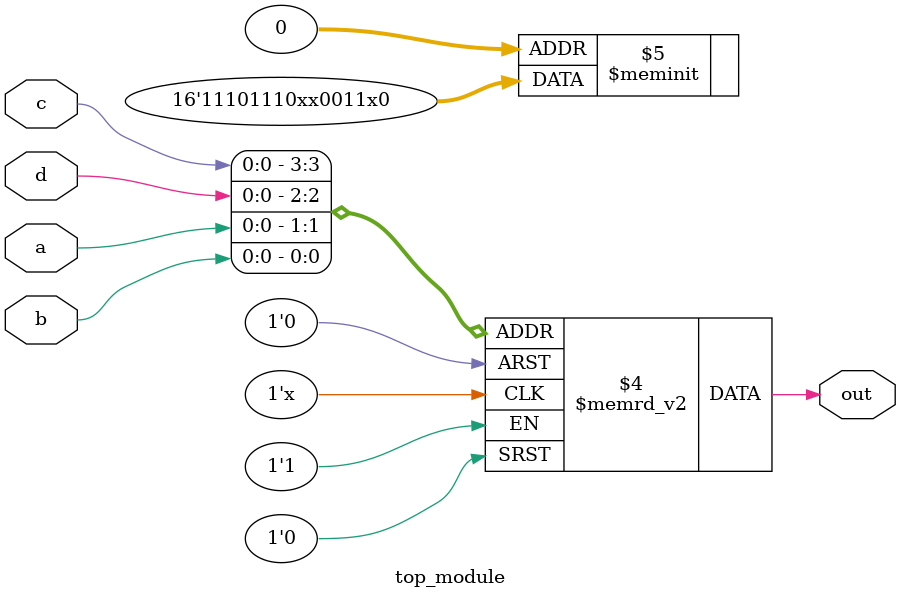
<source format=sv>
module top_module (
    input a, 
    input b,
    input c,
    input d,
    output reg out
);

always @(*) begin
    case ({c, d, a, b})
        4'b0001: out = 1'bx; // d (don't care)
        4'b0010: out = 1'b1;
        4'b0011: out = 1'b1;
        4'b0100: out = 1'b0;
        4'b0101: out = 1'b0;
        4'b0110: out = 1'bx; // d (don't care)
        4'b0111: out = 1'bx; // d (don't care)
        4'b1100: out = 1'b0;
        4'b1101: out = 1'b1;
        4'b1110: out = 1'b1;
        4'b1111: out = 1'b1;
        4'b1000: out = 1'b0;
        4'b1001: out = 1'b1;
        4'b1010: out = 1'b1;
        4'b1011: out = 1'b1;
        default: out = 1'b0; // default case for all others
    endcase
end

endmodule

</source>
